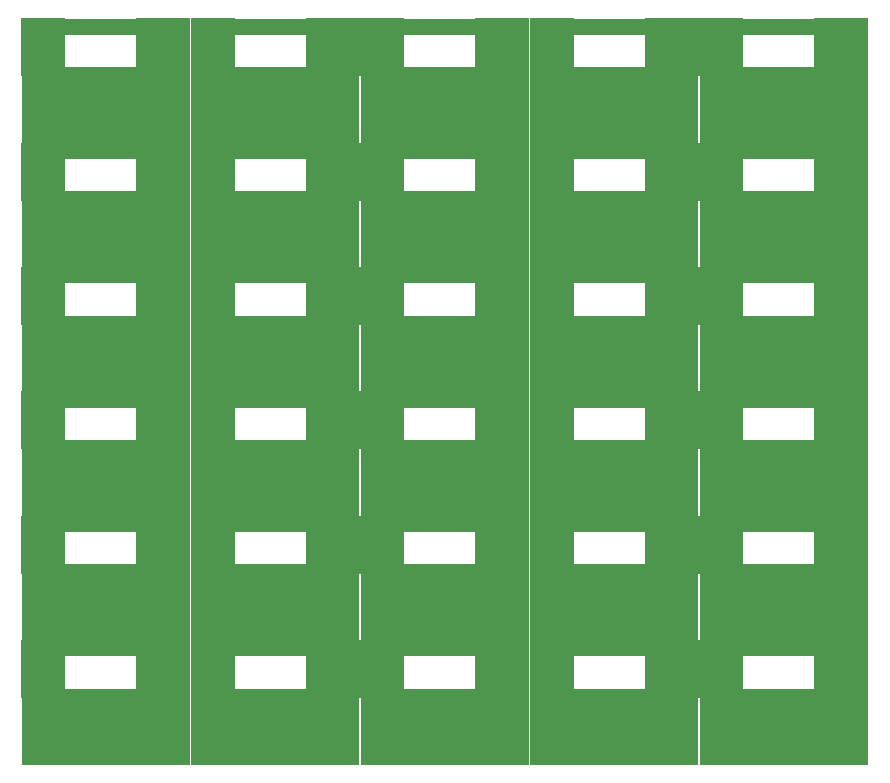
<source format=gbo>
G04*
G04 #@! TF.GenerationSoftware,Altium Limited,Altium Designer,23.5.1 (21)*
G04*
G04 Layer_Color=32896*
%FSTAX25Y25*%
%MOIN*%
G70*
G04*
G04 #@! TF.SameCoordinates,755BC27C-C67A-4D62-9883-C884FE973DC9*
G04*
G04*
G04 #@! TF.FilePolarity,Positive*
G04*
G01*
G75*
%ADD53R,0.14862X0.19192*%
%ADD54R,0.18307X0.19192*%
%ADD55R,0.56496X0.05469*%
%ADD56R,0.56496X0.25197*%
D53*
X0007431Y0051525D02*
D03*
X0063927D02*
D03*
X0120423D02*
D03*
X0176919D02*
D03*
X0233416D02*
D03*
X0007431Y0092961D02*
D03*
X0063927D02*
D03*
X0120423D02*
D03*
X0176919D02*
D03*
X0233416D02*
D03*
X0007431Y0134396D02*
D03*
X0063927D02*
D03*
X0120423D02*
D03*
X0176919D02*
D03*
X0233416D02*
D03*
X0007431Y0175832D02*
D03*
X0063927D02*
D03*
X0120423D02*
D03*
X0176919D02*
D03*
X0233416D02*
D03*
X0007431Y0217268D02*
D03*
X0063927D02*
D03*
X0120423D02*
D03*
X0176919D02*
D03*
X0233416D02*
D03*
X0007431Y0258704D02*
D03*
X0063927D02*
D03*
X0120423D02*
D03*
X0176919D02*
D03*
X0233416D02*
D03*
D54*
X0047343Y0051525D02*
D03*
X0103839D02*
D03*
X0160335D02*
D03*
X0216831D02*
D03*
X0273327D02*
D03*
X0047343Y0092961D02*
D03*
X0103839D02*
D03*
X0160335D02*
D03*
X0216831D02*
D03*
X0273327D02*
D03*
X0047343Y0134396D02*
D03*
X0103839D02*
D03*
X0160335D02*
D03*
X0216831D02*
D03*
X0273327D02*
D03*
X0047343Y0175832D02*
D03*
X0103839D02*
D03*
X0160335D02*
D03*
X0216831D02*
D03*
X0273327D02*
D03*
X0047343Y0217268D02*
D03*
X0103839D02*
D03*
X0160335D02*
D03*
X0216831D02*
D03*
X0273327D02*
D03*
X0047343Y0258703D02*
D03*
X0103839D02*
D03*
X0160335D02*
D03*
X0216831D02*
D03*
X0273327D02*
D03*
D55*
X0028248Y0058386D02*
D03*
X0084744D02*
D03*
X014124D02*
D03*
X0197737D02*
D03*
X0254233D02*
D03*
X0028248Y0099822D02*
D03*
X0084744D02*
D03*
X014124D02*
D03*
X0197737D02*
D03*
X0254233D02*
D03*
X0028248Y0141258D02*
D03*
X0084744D02*
D03*
X014124D02*
D03*
X0197737D02*
D03*
X0254233D02*
D03*
X0028248Y0182693D02*
D03*
X0084744D02*
D03*
X014124D02*
D03*
X0197737D02*
D03*
X0254233D02*
D03*
X0028248Y0224129D02*
D03*
X0084744D02*
D03*
X014124D02*
D03*
X0197737D02*
D03*
X0254233D02*
D03*
X0028248Y0265565D02*
D03*
X0084744D02*
D03*
X014124D02*
D03*
X0197737D02*
D03*
X0254233D02*
D03*
D56*
X0028248Y0032283D02*
D03*
X0084744D02*
D03*
X014124D02*
D03*
X0197737D02*
D03*
X0254233D02*
D03*
X0028248Y0073719D02*
D03*
X0084744D02*
D03*
X014124D02*
D03*
X0197737D02*
D03*
X0254233D02*
D03*
X0028248Y0115155D02*
D03*
X0084744D02*
D03*
X014124D02*
D03*
X0197737D02*
D03*
X0254233D02*
D03*
X0028248Y0156591D02*
D03*
X0084744D02*
D03*
X014124D02*
D03*
X0197737D02*
D03*
X0254233D02*
D03*
X0028248Y0198026D02*
D03*
X0084744D02*
D03*
X014124D02*
D03*
X0197737D02*
D03*
X0254233D02*
D03*
X0028248Y0239462D02*
D03*
X0084744D02*
D03*
X014124D02*
D03*
X0197737D02*
D03*
X0254233D02*
D03*
M02*

</source>
